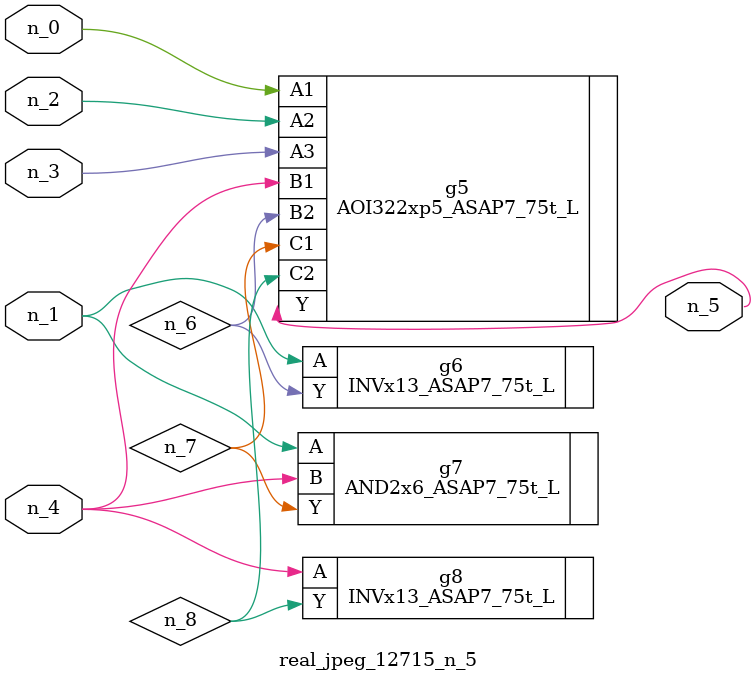
<source format=v>
module real_jpeg_12715_n_5 (n_4, n_0, n_1, n_2, n_3, n_5);

input n_4;
input n_0;
input n_1;
input n_2;
input n_3;

output n_5;

wire n_8;
wire n_6;
wire n_7;

AOI322xp5_ASAP7_75t_L g5 ( 
.A1(n_0),
.A2(n_2),
.A3(n_3),
.B1(n_4),
.B2(n_6),
.C1(n_7),
.C2(n_8),
.Y(n_5)
);

INVx13_ASAP7_75t_L g6 ( 
.A(n_1),
.Y(n_6)
);

AND2x6_ASAP7_75t_L g7 ( 
.A(n_1),
.B(n_4),
.Y(n_7)
);

INVx13_ASAP7_75t_L g8 ( 
.A(n_4),
.Y(n_8)
);


endmodule
</source>
